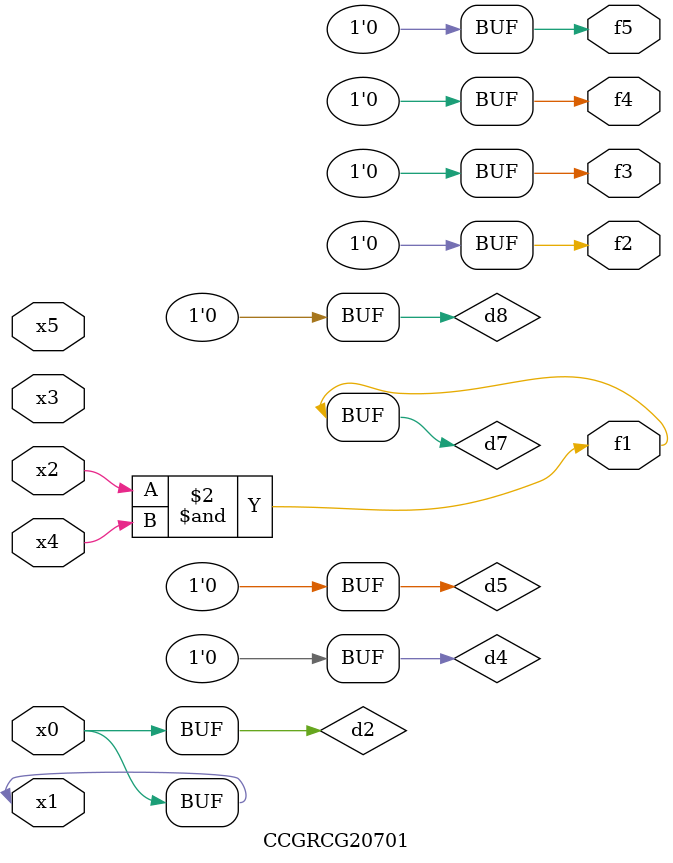
<source format=v>
module CCGRCG20701(
	input x0, x1, x2, x3, x4, x5,
	output f1, f2, f3, f4, f5
);

	wire d1, d2, d3, d4, d5, d6, d7, d8, d9;

	nand (d1, x1);
	buf (d2, x0, x1);
	nand (d3, x2, x4);
	and (d4, d1, d2);
	and (d5, d1, d2);
	nand (d6, d1, d3);
	not (d7, d3);
	xor (d8, d5);
	nor (d9, d5, d6);
	assign f1 = d7;
	assign f2 = d8;
	assign f3 = d8;
	assign f4 = d8;
	assign f5 = d8;
endmodule

</source>
